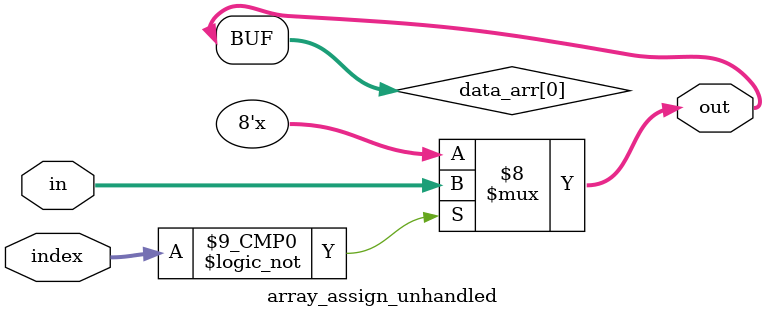
<source format=sv>
module array_assign_unhandled (
    input logic [7:0] in,
    input logic [1:0] index,
    output logic [7:0] out
);
    logic [7:0] data_arr [0:3];
    always_comb begin
        data_arr[index] = in;
    end
    assign out = data_arr[0];
endmodule


</source>
